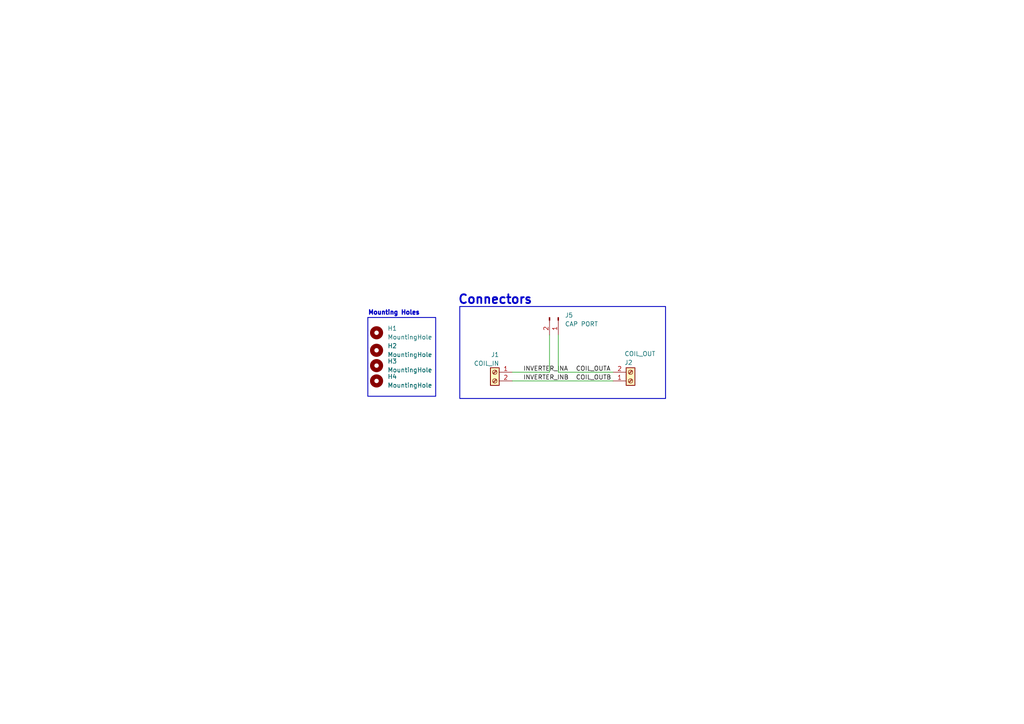
<source format=kicad_sch>
(kicad_sch (version 20231120) (generator "eeschema") (generator_version "8.0")
  (paper "A4")
  (lib_symbols
    (symbol "Connector:Conn_01x02_Pin" (pin_names (offset 1.016) hide)
      (property "Reference" "J" (at 0 2.54 0))
      (property "Value" "Conn_01x02_Pin" (at 0 -5.08 0))
      (symbol "Conn_01x02_Pin_1_1"
        (polyline (pts (xy 1.27 -2.54) (xy 0.8636 -2.54)) (stroke (width 0.1524)))
        (polyline (pts (xy 1.27 0) (xy 0.8636 0)) (stroke (width 0.1524)))
        (rectangle (start 0.8636 -2.413) (end 0 -2.667) (stroke (width 0.1524)) (fill (type outline)))
        (rectangle (start 0.8636 0.127) (end 0 -0.127) (stroke (width 0.1524)) (fill (type outline)))
        (pin passive line (at 5.08 0 180) (length 3.81) (name "Pin_1") (number "1"))
        (pin passive line (at 5.08 -2.54 180) (length 3.81) (name "Pin_2") (number "2"))
      )
    )
    (symbol "Connector:Screw_Terminal_01x02" (pin_names (offset 1.016) hide)
      (property "Reference" "J" (at 0 2.54 0))
      (property "Value" "Screw_Terminal_01x02" (at 0 -5.08 0))
      (symbol "Screw_Terminal_01x02_1_1"
        (rectangle (start -1.27 1.27) (end 1.27 -3.81) (stroke (width 0.254)) (fill (type background)))
        (circle (center 0 -2.54) (radius 0.635) (stroke (width 0.1524)))
        (polyline (pts (xy -0.5334 -2.2098) (xy 0.3302 -3.048)) (stroke (width 0.1524)))
        (polyline (pts (xy -0.5334 0.3302) (xy 0.3302 -0.508)) (stroke (width 0.1524)))
        (polyline (pts (xy -0.3556 -2.032) (xy 0.508 -2.8702)) (stroke (width 0.1524)))
        (polyline (pts (xy -0.3556 0.508) (xy 0.508 -0.3302)) (stroke (width 0.1524)))
        (circle (center 0 0) (radius 0.635) (stroke (width 0.1524)))
        (pin passive line (at -5.08 0 0) (length 3.81) (name "Pin_1") (number "1"))
        (pin passive line (at -5.08 -2.54 0) (length 3.81) (name "Pin_2") (number "2"))
      )
    )
    (symbol "Mechanical:MountingHole" (pin_names (offset 1.016))
      (property "Reference" "H" (at 0 5.08 0))
      (property "Value" "MountingHole" (at 0 3.175 0))
      (symbol "MountingHole_0_1"
        (circle (center 0 0) (radius 1.27) (stroke (width 1.27)))
      )
    )
  )
  (wire (pts (xy 159.385 97.155) (xy 159.385 107.95)))
  (wire (pts (xy 161.925 97.155) (xy 161.925 107.95)))
  (wire (pts (xy 148.59 110.49) (xy 177.8 110.49)))
  (wire (pts (xy 161.925 107.95) (xy 177.8 107.95)))
  (wire (pts (xy 148.59 107.95) (xy 159.385 107.95)))
  (rectangle (start 106.68 92.075) (end 126.365 114.935) (stroke (width 0.254)))
  (rectangle (start 133.35 88.9) (end 193.04 115.57) (stroke (width 0.254)))
  (text "Connectors" (at 132.715 86.995 0) (effects (font (size 2.54 2.54) (thickness 0.508) (bold yes)) (justify left)))
  (text "Mounting Holes" (at 106.68 90.805 0) (effects (font (size 1.27 1.27) (thickness 0.508) (bold yes)) (justify left)))
  (label "INVERTER_INB" (at 151.765 110.49 0))
  (label "COIL_OUTA" (at 167.005 107.95 0))
  (label "INVERTER_INA" (at 151.765 107.95 0))
  (label "COIL_OUTB" (at 167.005 110.49 0))
  (symbol (lib_id "Connector:Screw_Terminal_01x02") (at 182.88 110.49 0) (mirror x) (unit 1)
    (property "Reference" "J2" (at 181.102 105.156 0) (effects (justify left)))
    (property "Value" "COIL_OUT" (at 181.102 102.616 0) (effects (justify left)))
    (property "Footprint" "HB9500:HB9500" (effects (hide yes)))
  )
  (symbol (lib_id "Connector:Conn_01x02_Pin") (at 161.925 92.075 270) (unit 1)
    (property "Reference" "J5" (at 163.83 91.44 90) (effects (justify left)))
    (property "Value" "CAP PORT" (at 163.83 93.98 90) (effects (justify left)))
    (property "Footprint" "Connector_AMASS:AMASS_XT60-M_1x02_P7.20mm_Vertical" (effects (hide yes)))
  )
  (symbol (lib_id "Mechanical:MountingHole") (at 109.22 106.045 0) (unit 1)
    (property "Reference" "H3" (at 112.395 104.775 0) (effects (justify left)))
    (property "Value" "MountingHole" (at 112.395 107.315 0) (effects (justify left)))
    (property "Footprint" "MountingHole:MountingHole_3.2mm_M3" (effects (hide yes)))
  )
  (symbol (lib_id "Mechanical:MountingHole") (at 109.22 110.49 0) (unit 1)
    (property "Reference" "H4" (at 112.395 109.22 0) (effects (justify left)))
    (property "Value" "MountingHole" (at 112.395 111.76 0) (effects (justify left)))
    (property "Footprint" "MountingHole:MountingHole_3.2mm_M3" (effects (hide yes)))
  )
  (symbol (lib_id "Mechanical:MountingHole") (at 109.22 101.6 0) (unit 1)
    (property "Reference" "H2" (at 112.395 100.33 0) (effects (justify left)))
    (property "Value" "MountingHole" (at 112.395 102.87 0) (effects (justify left)))
    (property "Footprint" "MountingHole:MountingHole_3.2mm_M3" (effects (hide yes)))
  )
  (symbol (lib_id "Mechanical:MountingHole") (at 109.22 96.52 0) (unit 1)
    (property "Reference" "H1" (at 112.395 95.25 0) (effects (justify left)))
    (property "Value" "MountingHole" (at 112.395 97.79 0) (effects (justify left)))
    (property "Footprint" "MountingHole:MountingHole_3.2mm_M3" (effects (hide yes)))
  )
  (symbol (lib_id "Connector:Screw_Terminal_01x02") (at 143.51 107.95 0) (mirror y) (unit 1)
    (property "Reference" "J1" (at 144.78 102.87 0) (effects (justify left)))
    (property "Value" "COIL_IN" (at 144.78 105.41 0) (effects (justify left)))
    (property "Footprint" "HB9500:HB9500" (effects (hide yes)))
  )
)
</source>
